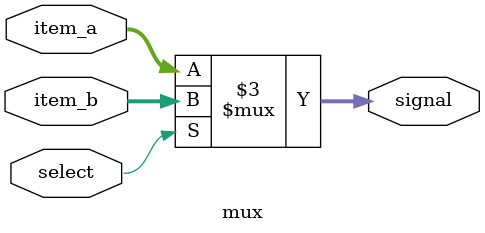
<source format=v>
`timescale 1ns / 1ps
module mux
	#(
		parameter B=32 // ancho de palabra en bits
	)
	(
		input wire select,
		input wire [B-1:0] item_a,
		input wire [B-1:0] item_b,
		output reg [B-1:0] signal
   );
	
	//reg [B-1:0] signal;
	
	always @(select)
	begin
		case (select)
			1'b0: signal = item_a;
			default: signal = item_b;
		endcase
	end

endmodule

</source>
